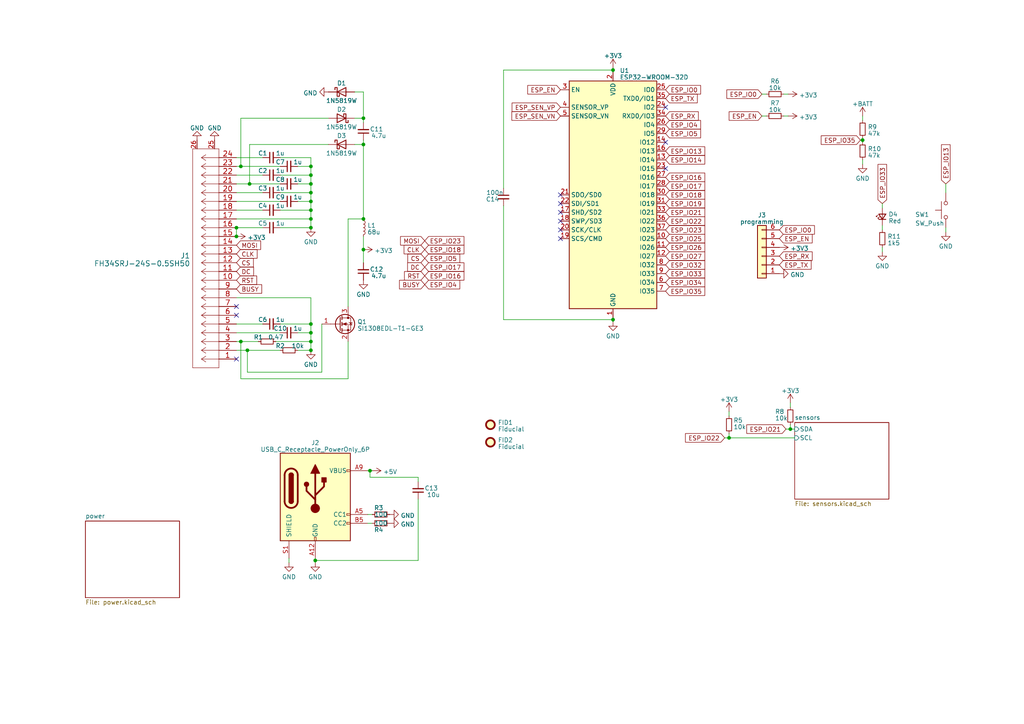
<source format=kicad_sch>
(kicad_sch (version 20230121) (generator eeschema)
  (paper "A4")
  (lib_symbols
    (symbol "Connector:USB_C_Receptacle_PowerOnly_6P" (pin_names (offset 1.016))
      (property "Reference" "J" (at 0 16.51 0))
      (property "Value" "USB_C_Receptacle_PowerOnly_6P" (at 0 13.97 0))
      (symbol "USB_C_Receptacle_PowerOnly_6P_0_0"
        (rectangle (start -0.254 -12.7) (end 0.254 -11.684))
        (rectangle (start 10.16 -7.366) (end 9.144 -7.874))
        (rectangle (start 10.16 -4.826) (end 9.144 -5.334))
        (rectangle (start 10.16 7.874) (end 9.144 7.366))
      )
      (symbol "USB_C_Receptacle_PowerOnly_6P_0_1"
        (rectangle (start -10.16 12.7) (end 10.16 -12.7) (stroke (width 0.254)) (fill (type background)))
        (arc (start -8.89 -1.27) (mid -6.985 -3.1667) (end -5.08 -1.27) (stroke (width 0.508)))
        (arc (start -7.62 -1.27) (mid -6.985 -1.9023) (end -6.35 -1.27) (stroke (width 0.254)))
        (arc (start -7.62 -1.27) (mid -6.985 -1.9023) (end -6.35 -1.27) (stroke (width 0.254)) (fill (type outline)))
        (rectangle (start -7.62 -1.27) (end -6.35 6.35) (stroke (width 0.254)) (fill (type outline)))
        (arc (start -6.35 6.35) (mid -6.985 6.9823) (end -7.62 6.35) (stroke (width 0.254)))
        (arc (start -6.35 6.35) (mid -6.985 6.9823) (end -7.62 6.35) (stroke (width 0.254)) (fill (type outline)))
        (arc (start -5.08 6.35) (mid -6.985 8.2467) (end -8.89 6.35) (stroke (width 0.508)))
        (circle (center -2.54 3.683) (radius 0.635) (stroke (width 0.254)) (fill (type outline)))
        (circle (center 0 -3.302) (radius 1.27) (fill (type outline)))
        (polyline (pts (xy -8.89 -1.27) (xy -8.89 6.35)) (stroke (width 0.508)))
        (polyline (pts (xy -5.08 6.35) (xy -5.08 -1.27)) (stroke (width 0.508)))
        (polyline (pts (xy 0 -3.302) (xy 0 6.858)) (stroke (width 0.508)))
        (polyline (pts (xy 0 -0.762) (xy -2.54 1.778) (xy -2.54 3.048)) (stroke (width 0.508)))
        (polyline (pts (xy 0 0.508) (xy 2.54 3.048) (xy 2.54 4.318)) (stroke (width 0.508)))
        (polyline (pts (xy -1.27 6.858) (xy 0 9.398) (xy 1.27 6.858) (xy -1.27 6.858)) (stroke (width 0.254)) (fill (type outline)))
        (rectangle (start 1.905 4.318) (end 3.175 5.588) (stroke (width 0.254)) (fill (type outline)))
      )
      (symbol "USB_C_Receptacle_PowerOnly_6P_1_1"
        (pin passive line (at 0 -17.78 90) (length 5.08) (name "GND") (number "A12"))
        (pin bidirectional line (at 15.24 -5.08 180) (length 5.08) (name "CC1") (number "A5"))
        (pin passive line (at 15.24 7.62 180) (length 5.08) (name "VBUS") (number "A9"))
        (pin passive line (at 0 -17.78 90) (length 5.08) hide (name "GND") (number "B12"))
        (pin bidirectional line (at 15.24 -7.62 180) (length 5.08) (name "CC2") (number "B5"))
        (pin passive line (at 15.24 7.62 180) (length 5.08) hide (name "VBUS") (number "B9"))
        (pin passive line (at -7.62 -17.78 90) (length 5.08) (name "SHIELD") (number "S1"))
      )
    )
    (symbol "Connector_Generic:Conn_01x06" (pin_names (offset 1.016) hide)
      (property "Reference" "J" (at 0 7.62 0))
      (property "Value" "Conn_01x06" (at 0 -10.16 0))
      (symbol "Conn_01x06_1_1"
        (rectangle (start -1.27 -7.493) (end 0 -7.747) (stroke (width 0.1524)))
        (rectangle (start -1.27 -4.953) (end 0 -5.207) (stroke (width 0.1524)))
        (rectangle (start -1.27 -2.413) (end 0 -2.667) (stroke (width 0.1524)))
        (rectangle (start -1.27 0.127) (end 0 -0.127) (stroke (width 0.1524)))
        (rectangle (start -1.27 2.667) (end 0 2.413) (stroke (width 0.1524)))
        (rectangle (start -1.27 5.207) (end 0 4.953) (stroke (width 0.1524)))
        (rectangle (start -1.27 6.35) (end 1.27 -8.89) (stroke (width 0.254)) (fill (type background)))
        (pin passive line (at -5.08 5.08 0) (length 3.81) (name "Pin_1") (number "1"))
        (pin passive line (at -5.08 2.54 0) (length 3.81) (name "Pin_2") (number "2"))
        (pin passive line (at -5.08 0 0) (length 3.81) (name "Pin_3") (number "3"))
        (pin passive line (at -5.08 -2.54 0) (length 3.81) (name "Pin_4") (number "4"))
        (pin passive line (at -5.08 -5.08 0) (length 3.81) (name "Pin_5") (number "5"))
        (pin passive line (at -5.08 -7.62 0) (length 3.81) (name "Pin_6") (number "6"))
      )
    )
    (symbol "Device:C_Small" (pin_numbers hide) (pin_names (offset 0.254) hide)
      (property "Reference" "C" (at 0.254 1.778 0))
      (property "Value" "C_Small" (at 0.254 -2.032 0))
      (symbol "C_Small_0_1"
        (polyline (pts (xy -1.524 -0.508) (xy 1.524 -0.508)) (stroke (width 0.3302)))
        (polyline (pts (xy -1.524 0.508) (xy 1.524 0.508)) (stroke (width 0.3048)))
      )
      (symbol "C_Small_1_1"
        (pin passive line (at 0 2.54 270) (length 2.032) (name "~") (number "1"))
        (pin passive line (at 0 -2.54 90) (length 2.032) (name "~") (number "2"))
      )
    )
    (symbol "Device:LED_Small" (pin_numbers hide) (pin_names (offset 0.254) hide)
      (property "Reference" "D" (at -1.27 3.175 0))
      (property "Value" "LED_Small" (at -4.445 -2.54 0))
      (symbol "LED_Small_0_1"
        (polyline (pts (xy -0.762 -1.016) (xy -0.762 1.016)) (stroke (width 0.254)))
        (polyline (pts (xy 1.016 0) (xy -0.762 0)))
        (polyline (pts (xy 0.762 -1.016) (xy -0.762 0) (xy 0.762 1.016) (xy 0.762 -1.016)) (stroke (width 0.254)))
        (polyline (pts (xy 0 0.762) (xy -0.508 1.27) (xy -0.254 1.27) (xy -0.508 1.27) (xy -0.508 1.016)))
        (polyline (pts (xy 0.508 1.27) (xy 0 1.778) (xy 0.254 1.778) (xy 0 1.778) (xy 0 1.524)))
      )
      (symbol "LED_Small_1_1"
        (pin passive line (at -2.54 0 0) (length 1.778) (name "K") (number "1"))
        (pin passive line (at 2.54 0 180) (length 1.778) (name "A") (number "2"))
      )
    )
    (symbol "Device:L_Small" (pin_numbers hide) (pin_names (offset 0.254) hide)
      (property "Reference" "L" (at 0.762 1.016 0))
      (property "Value" "L_Small" (at 0.762 -1.016 0))
      (symbol "L_Small_0_1"
        (arc (start 0 -2.032) (mid 0.5058 -1.524) (end 0 -1.016))
        (arc (start 0 -1.016) (mid 0.5058 -0.508) (end 0 0))
        (arc (start 0 0) (mid 0.5058 0.508) (end 0 1.016))
        (arc (start 0 1.016) (mid 0.5058 1.524) (end 0 2.032))
      )
      (symbol "L_Small_1_1"
        (pin passive line (at 0 2.54 270) (length 0.508) (name "~") (number "1"))
        (pin passive line (at 0 -2.54 90) (length 0.508) (name "~") (number "2"))
      )
    )
    (symbol "Device:R_Small" (pin_numbers hide) (pin_names (offset 0.254) hide)
      (property "Reference" "R" (at 0.762 0.508 0))
      (property "Value" "R_Small" (at 0.762 -1.016 0))
      (symbol "R_Small_0_1"
        (rectangle (start -0.762 1.778) (end 0.762 -1.778) (stroke (width 0.2032)))
      )
      (symbol "R_Small_1_1"
        (pin passive line (at 0 2.54 270) (length 0.762) (name "~") (number "1"))
        (pin passive line (at 0 -2.54 90) (length 0.762) (name "~") (number "2"))
      )
    )
    (symbol "Diode:1N5819WS" (pin_numbers hide) (pin_names (offset 1.016) hide)
      (property "Reference" "D" (at 0 2.54 0))
      (property "Value" "1N5819WS" (at 0 -2.54 0))
      (symbol "1N5819WS_0_1"
        (polyline (pts (xy 1.27 0) (xy -1.27 0)))
        (polyline (pts (xy 1.27 1.27) (xy 1.27 -1.27) (xy -1.27 0) (xy 1.27 1.27)) (stroke (width 0.254)))
        (polyline (pts (xy -1.905 0.635) (xy -1.905 1.27) (xy -1.27 1.27) (xy -1.27 -1.27) (xy -0.635 -1.27) (xy -0.635 -0.635)) (stroke (width 0.254)))
      )
      (symbol "1N5819WS_1_1"
        (pin passive line (at -3.81 0 0) (length 2.54) (name "K") (number "1"))
        (pin passive line (at 3.81 0 180) (length 2.54) (name "A") (number "2"))
      )
    )
    (symbol "Mechanical:Fiducial"
      (property "Reference" "FID" (at 0 5.08 0))
      (property "Value" "Fiducial" (at 0 3.175 0))
      (symbol "Fiducial_0_1"
        (circle (center 0 0) (radius 1.27) (stroke (width 0.508)) (fill (type background)))
      )
    )
    (symbol "RF_Module:ESP32-WROOM-32D"
      (property "Reference" "U" (at -12.7 34.29 0))
      (property "Value" "ESP32-WROOM-32D" (at 1.27 34.29 0))
      (symbol "ESP32-WROOM-32D_0_1"
        (rectangle (start -12.7 33.02) (end 12.7 -33.02) (stroke (width 0.254)) (fill (type background)))
      )
      (symbol "ESP32-WROOM-32D_1_1"
        (pin power_in line (at 0 -35.56 90) (length 2.54) (name "GND") (number "1"))
        (pin bidirectional line (at 15.24 -12.7 180) (length 2.54) (name "IO25") (number "10"))
        (pin bidirectional line (at 15.24 -15.24 180) (length 2.54) (name "IO26") (number "11"))
        (pin bidirectional line (at 15.24 -17.78 180) (length 2.54) (name "IO27") (number "12"))
        (pin bidirectional line (at 15.24 10.16 180) (length 2.54) (name "IO14") (number "13"))
        (pin bidirectional line (at 15.24 15.24 180) (length 2.54) (name "IO12") (number "14"))
        (pin passive line (at 0 -35.56 90) (length 2.54) hide (name "GND") (number "15"))
        (pin bidirectional line (at 15.24 12.7 180) (length 2.54) (name "IO13") (number "16"))
        (pin bidirectional line (at -15.24 -5.08 0) (length 2.54) (name "SHD/SD2") (number "17"))
        (pin bidirectional line (at -15.24 -7.62 0) (length 2.54) (name "SWP/SD3") (number "18"))
        (pin bidirectional line (at -15.24 -12.7 0) (length 2.54) (name "SCS/CMD") (number "19"))
        (pin power_in line (at 0 35.56 270) (length 2.54) (name "VDD") (number "2"))
        (pin bidirectional line (at -15.24 -10.16 0) (length 2.54) (name "SCK/CLK") (number "20"))
        (pin bidirectional line (at -15.24 0 0) (length 2.54) (name "SDO/SD0") (number "21"))
        (pin bidirectional line (at -15.24 -2.54 0) (length 2.54) (name "SDI/SD1") (number "22"))
        (pin bidirectional line (at 15.24 7.62 180) (length 2.54) (name "IO15") (number "23"))
        (pin bidirectional line (at 15.24 25.4 180) (length 2.54) (name "IO2") (number "24"))
        (pin bidirectional line (at 15.24 30.48 180) (length 2.54) (name "IO0") (number "25"))
        (pin bidirectional line (at 15.24 20.32 180) (length 2.54) (name "IO4") (number "26"))
        (pin bidirectional line (at 15.24 5.08 180) (length 2.54) (name "IO16") (number "27"))
        (pin bidirectional line (at 15.24 2.54 180) (length 2.54) (name "IO17") (number "28"))
        (pin bidirectional line (at 15.24 17.78 180) (length 2.54) (name "IO5") (number "29"))
        (pin input line (at -15.24 30.48 0) (length 2.54) (name "EN") (number "3"))
        (pin bidirectional line (at 15.24 0 180) (length 2.54) (name "IO18") (number "30"))
        (pin bidirectional line (at 15.24 -2.54 180) (length 2.54) (name "IO19") (number "31"))
        (pin no_connect line (at -12.7 -27.94 0) (length 2.54) hide (name "NC") (number "32"))
        (pin bidirectional line (at 15.24 -5.08 180) (length 2.54) (name "IO21") (number "33"))
        (pin bidirectional line (at 15.24 22.86 180) (length 2.54) (name "RXD0/IO3") (number "34"))
        (pin bidirectional line (at 15.24 27.94 180) (length 2.54) (name "TXD0/IO1") (number "35"))
        (pin bidirectional line (at 15.24 -7.62 180) (length 2.54) (name "IO22") (number "36"))
        (pin bidirectional line (at 15.24 -10.16 180) (length 2.54) (name "IO23") (number "37"))
        (pin passive line (at 0 -35.56 90) (length 2.54) hide (name "GND") (number "38"))
        (pin passive line (at 0 -35.56 90) (length 2.54) hide (name "GND") (number "39"))
        (pin input line (at -15.24 25.4 0) (length 2.54) (name "SENSOR_VP") (number "4"))
        (pin input line (at -15.24 22.86 0) (length 2.54) (name "SENSOR_VN") (number "5"))
        (pin input line (at 15.24 -25.4 180) (length 2.54) (name "IO34") (number "6"))
        (pin input line (at 15.24 -27.94 180) (length 2.54) (name "IO35") (number "7"))
        (pin bidirectional line (at 15.24 -20.32 180) (length 2.54) (name "IO32") (number "8"))
        (pin bidirectional line (at 15.24 -22.86 180) (length 2.54) (name "IO33") (number "9"))
      )
    )
    (symbol "Switch:SW_Push" (pin_numbers hide) (pin_names (offset 1.016) hide)
      (property "Reference" "SW" (at 1.27 2.54 0))
      (property "Value" "SW_Push" (at 0 -1.524 0))
      (symbol "SW_Push_0_1"
        (circle (center -2.032 0) (radius 0.508))
        (polyline (pts (xy 0 1.27) (xy 0 3.048)))
        (polyline (pts (xy 2.54 1.27) (xy -2.54 1.27)))
        (circle (center 2.032 0) (radius 0.508))
        (pin passive line (at -5.08 0 0) (length 2.54) (name "1") (number "1"))
        (pin passive line (at 5.08 0 180) (length 2.54) (name "2") (number "2"))
      )
    )
    (symbol "Transistor_FET:BSS214NW" (pin_names hide)
      (property "Reference" "Q" (at 5.08 1.905 0))
      (property "Value" "BSS214NW" (at 5.08 0 0))
      (symbol "BSS214NW_0_1"
        (polyline (pts (xy 0.254 0) (xy -2.54 0)))
        (polyline (pts (xy 0.254 1.905) (xy 0.254 -1.905)) (stroke (width 0.254)))
        (polyline (pts (xy 0.762 -1.27) (xy 0.762 -2.286)) (stroke (width 0.254)))
        (polyline (pts (xy 0.762 0.508) (xy 0.762 -0.508)) (stroke (width 0.254)))
        (polyline (pts (xy 0.762 2.286) (xy 0.762 1.27)) (stroke (width 0.254)))
        (polyline (pts (xy 2.54 2.54) (xy 2.54 1.778)))
        (polyline (pts (xy 2.54 -2.54) (xy 2.54 0) (xy 0.762 0)))
        (polyline (pts (xy 0.762 -1.778) (xy 3.302 -1.778) (xy 3.302 1.778) (xy 0.762 1.778)))
        (polyline (pts (xy 1.016 0) (xy 2.032 0.381) (xy 2.032 -0.381) (xy 1.016 0)) (fill (type outline)))
        (polyline (pts (xy 2.794 0.508) (xy 2.921 0.381) (xy 3.683 0.381) (xy 3.81 0.254)))
        (polyline (pts (xy 3.302 0.381) (xy 2.921 -0.254) (xy 3.683 -0.254) (xy 3.302 0.381)))
        (circle (center 1.651 0) (radius 2.794) (stroke (width 0.254)))
        (circle (center 2.54 -1.778) (radius 0.254) (fill (type outline)))
        (circle (center 2.54 1.778) (radius 0.254) (fill (type outline)))
      )
      (symbol "BSS214NW_1_1"
        (pin input line (at -5.08 0 0) (length 2.54) (name "G") (number "1"))
        (pin passive line (at 2.54 -5.08 90) (length 2.54) (name "S") (number "2"))
        (pin passive line (at 2.54 5.08 270) (length 2.54) (name "D") (number "3"))
      )
    )
    (symbol "power:+3V3" (power) (pin_names (offset 0))
      (property "Value" "+3V3" (at 0 3.556 0))
      (symbol "+3V3_0_1"
        (polyline (pts (xy -0.762 1.27) (xy 0 2.54)))
        (polyline (pts (xy 0 0) (xy 0 2.54)))
        (polyline (pts (xy 0 2.54) (xy 0.762 1.27)))
      )
      (symbol "+3V3_1_1"
        (pin power_in line (at 0 0 90) (length 0) hide (name "+3V3") (number "1"))
      )
    )
    (symbol "power:+5V" (power) (pin_names (offset 0))
      (property "Value" "+5V" (at 0 3.556 0))
      (symbol "+5V_0_1"
        (polyline (pts (xy -0.762 1.27) (xy 0 2.54)))
        (polyline (pts (xy 0 0) (xy 0 2.54)))
        (polyline (pts (xy 0 2.54) (xy 0.762 1.27)))
      )
      (symbol "+5V_1_1"
        (pin power_in line (at 0 0 90) (length 0) hide (name "+5V") (number "1"))
      )
    )
    (symbol "power:+BATT" (power) (pin_names (offset 0))
      (property "Value" "+BATT" (at 0 3.556 0))
      (symbol "+BATT_0_1"
        (polyline (pts (xy -0.762 1.27) (xy 0 2.54)))
        (polyline (pts (xy 0 0) (xy 0 2.54)))
        (polyline (pts (xy 0 2.54) (xy 0.762 1.27)))
      )
      (symbol "+BATT_1_1"
        (pin power_in line (at 0 0 90) (length 0) hide (name "+BATT") (number "1"))
      )
    )
    (symbol "power:GND" (power) (pin_names (offset 0))
      (property "Value" "GND" (at 0 -3.81 0))
      (symbol "GND_0_1"
        (polyline (pts (xy 0 0) (xy 0 -1.27) (xy 1.27 -1.27) (xy 0 -2.54) (xy -1.27 -1.27) (xy 0 -1.27)))
      )
      (symbol "GND_1_1"
        (pin power_in line (at 0 0 270) (length 0) hide (name "GND") (number "1"))
      )
    )
    (symbol "ul_FH34SRJ-24S-0-5SH-50-:FH34SRJ-24S-0.5SH50" (pin_names (offset 0.254) hide)
      (property "Reference" "J" (at 8.89 6.35 0))
      (property "Value" "FH34SRJ-24S-0.5SH50" (at 10.16 -30.48 0))
      (symbol "FH34SRJ-24S-0.5SH50_1_1"
        (polyline (pts (xy 5.08 -60.96) (xy 12.7 -60.96)) (stroke (width 0.127)))
        (polyline (pts (xy 5.08 2.54) (xy 5.08 -60.96)) (stroke (width 0.127)))
        (polyline (pts (xy 10.16 -58.42) (xy 5.08 -58.42)) (stroke (width 0.127)))
        (polyline (pts (xy 10.16 -58.42) (xy 8.89 -59.2582)) (stroke (width 0.127)))
        (polyline (pts (xy 10.16 -58.42) (xy 8.89 -57.5818)) (stroke (width 0.127)))
        (polyline (pts (xy 10.16 -55.88) (xy 5.08 -55.88)) (stroke (width 0.127)))
        (polyline (pts (xy 10.16 -55.88) (xy 8.89 -56.7182)) (stroke (width 0.127)))
        (polyline (pts (xy 10.16 -55.88) (xy 8.89 -55.0418)) (stroke (width 0.127)))
        (polyline (pts (xy 10.16 -53.34) (xy 5.08 -53.34)) (stroke (width 0.127)))
        (polyline (pts (xy 10.16 -53.34) (xy 8.89 -54.1782)) (stroke (width 0.127)))
        (polyline (pts (xy 10.16 -53.34) (xy 8.89 -52.5018)) (stroke (width 0.127)))
        (polyline (pts (xy 10.16 -50.8) (xy 5.08 -50.8)) (stroke (width 0.127)))
        (polyline (pts (xy 10.16 -50.8) (xy 8.89 -51.6382)) (stroke (width 0.127)))
        (polyline (pts (xy 10.16 -50.8) (xy 8.89 -49.9618)) (stroke (width 0.127)))
        (polyline (pts (xy 10.16 -48.26) (xy 5.08 -48.26)) (stroke (width 0.127)))
        (polyline (pts (xy 10.16 -48.26) (xy 8.89 -49.0982)) (stroke (width 0.127)))
        (polyline (pts (xy 10.16 -48.26) (xy 8.89 -47.4218)) (stroke (width 0.127)))
        (polyline (pts (xy 10.16 -45.72) (xy 5.08 -45.72)) (stroke (width 0.127)))
        (polyline (pts (xy 10.16 -45.72) (xy 8.89 -46.5582)) (stroke (width 0.127)))
        (polyline (pts (xy 10.16 -45.72) (xy 8.89 -44.8818)) (stroke (width 0.127)))
        (polyline (pts (xy 10.16 -43.18) (xy 5.08 -43.18)) (stroke (width 0.127)))
        (polyline (pts (xy 10.16 -43.18) (xy 8.89 -44.0182)) (stroke (width 0.127)))
        (polyline (pts (xy 10.16 -43.18) (xy 8.89 -42.3418)) (stroke (width 0.127)))
        (polyline (pts (xy 10.16 -40.64) (xy 5.08 -40.64)) (stroke (width 0.127)))
        (polyline (pts (xy 10.16 -40.64) (xy 8.89 -41.4782)) (stroke (width 0.127)))
        (polyline (pts (xy 10.16 -40.64) (xy 8.89 -39.8018)) (stroke (width 0.127)))
        (polyline (pts (xy 10.16 -38.1) (xy 5.08 -38.1)) (stroke (width 0.127)))
        (polyline (pts (xy 10.16 -38.1) (xy 8.89 -38.9382)) (stroke (width 0.127)))
        (polyline (pts (xy 10.16 -38.1) (xy 8.89 -37.2618)) (stroke (width 0.127)))
        (polyline (pts (xy 10.16 -35.56) (xy 5.08 -35.56)) (stroke (width 0.127)))
        (polyline (pts (xy 10.16 -35.56) (xy 8.89 -36.3982)) (stroke (width 0.127)))
        (polyline (pts (xy 10.16 -35.56) (xy 8.89 -34.7218)) (stroke (width 0.127)))
        (polyline (pts (xy 10.16 -33.02) (xy 5.08 -33.02)) (stroke (width 0.127)))
        (polyline (pts (xy 10.16 -33.02) (xy 8.89 -33.8582)) (stroke (width 0.127)))
        (polyline (pts (xy 10.16 -33.02) (xy 8.89 -32.1818)) (stroke (width 0.127)))
        (polyline (pts (xy 10.16 -30.48) (xy 5.08 -30.48)) (stroke (width 0.127)))
        (polyline (pts (xy 10.16 -30.48) (xy 8.89 -31.3182)) (stroke (width 0.127)))
        (polyline (pts (xy 10.16 -30.48) (xy 8.89 -29.6418)) (stroke (width 0.127)))
        (polyline (pts (xy 10.16 -27.94) (xy 5.08 -27.94)) (stroke (width 0.127)))
        (polyline (pts (xy 10.16 -27.94) (xy 8.89 -28.7782)) (stroke (width 0.127)))
        (polyline (pts (xy 10.16 -27.94) (xy 8.89 -27.1018)) (stroke (width 0.127)))
        (polyline (pts (xy 10.16 -25.4) (xy 5.08 -25.4)) (stroke (width 0.127)))
        (polyline (pts (xy 10.16 -25.4) (xy 8.89 -26.2382)) (stroke (width 0.127)))
        (polyline (pts (xy 10.16 -25.4) (xy 8.89 -24.5618)) (stroke (width 0.127)))
        (polyline (pts (xy 10.16 -22.86) (xy 5.08 -22.86)) (stroke (width 0.127)))
        (polyline (pts (xy 10.16 -22.86) (xy 8.89 -23.6982)) (stroke (width 0.127)))
        (polyline (pts (xy 10.16 -22.86) (xy 8.89 -22.0218)) (stroke (width 0.127)))
        (polyline (pts (xy 10.16 -20.32) (xy 5.08 -20.32)) (stroke (width 0.127)))
        (polyline (pts (xy 10.16 -20.32) (xy 8.89 -21.1582)) (stroke (width 0.127)))
        (polyline (pts (xy 10.16 -20.32) (xy 8.89 -19.4818)) (stroke (width 0.127)))
        (polyline (pts (xy 10.16 -17.78) (xy 5.08 -17.78)) (stroke (width 0.127)))
        (polyline (pts (xy 10.16 -17.78) (xy 8.89 -18.6182)) (stroke (width 0.127)))
        (polyline (pts (xy 10.16 -17.78) (xy 8.89 -16.9418)) (stroke (width 0.127)))
        (polyline (pts (xy 10.16 -15.24) (xy 5.08 -15.24)) (stroke (width 0.127)))
        (polyline (pts (xy 10.16 -15.24) (xy 8.89 -16.0782)) (stroke (width 0.127)))
        (polyline (pts (xy 10.16 -15.24) (xy 8.89 -14.4018)) (stroke (width 0.127)))
        (polyline (pts (xy 10.16 -12.7) (xy 5.08 -12.7)) (stroke (width 0.127)))
        (polyline (pts (xy 10.16 -12.7) (xy 8.89 -13.5382)) (stroke (width 0.127)))
        (polyline (pts (xy 10.16 -12.7) (xy 8.89 -11.8618)) (stroke (width 0.127)))
        (polyline (pts (xy 10.16 -10.16) (xy 5.08 -10.16)) (stroke (width 0.127)))
        (polyline (pts (xy 10.16 -10.16) (xy 8.89 -10.9982)) (stroke (width 0.127)))
        (polyline (pts (xy 10.16 -10.16) (xy 8.89 -9.3218)) (stroke (width 0.127)))
        (polyline (pts (xy 10.16 -7.62) (xy 5.08 -7.62)) (stroke (width 0.127)))
        (polyline (pts (xy 10.16 -7.62) (xy 8.89 -8.4582)) (stroke (width 0.127)))
        (polyline (pts (xy 10.16 -7.62) (xy 8.89 -6.7818)) (stroke (width 0.127)))
        (polyline (pts (xy 10.16 -5.08) (xy 5.08 -5.08)) (stroke (width 0.127)))
        (polyline (pts (xy 10.16 -5.08) (xy 8.89 -5.9182)) (stroke (width 0.127)))
        (polyline (pts (xy 10.16 -5.08) (xy 8.89 -4.2418)) (stroke (width 0.127)))
        (polyline (pts (xy 10.16 -2.54) (xy 5.08 -2.54)) (stroke (width 0.127)))
        (polyline (pts (xy 10.16 -2.54) (xy 8.89 -3.3782)) (stroke (width 0.127)))
        (polyline (pts (xy 10.16 -2.54) (xy 8.89 -1.7018)) (stroke (width 0.127)))
        (polyline (pts (xy 10.16 0) (xy 5.08 0)) (stroke (width 0.127)))
        (polyline (pts (xy 10.16 0) (xy 8.89 -0.8382)) (stroke (width 0.127)))
        (polyline (pts (xy 10.16 0) (xy 8.89 0.8382)) (stroke (width 0.127)))
        (polyline (pts (xy 12.7 -60.96) (xy 12.7 2.54)) (stroke (width 0.127)))
        (polyline (pts (xy 12.7 2.54) (xy 5.08 2.54)) (stroke (width 0.127)))
        (pin unspecified line (at 0 0 0) (length 5.08) (name "1") (number "1"))
        (pin unspecified line (at 0 -22.86 0) (length 5.08) (name "10") (number "10"))
        (pin unspecified line (at 0 -25.4 0) (length 5.08) (name "11") (number "11"))
        (pin unspecified line (at 0 -27.94 0) (length 5.08) (name "12") (number "12"))
        (pin unspecified line (at 0 -30.48 0) (length 5.08) (name "13") (number "13"))
        (pin unspecified line (at 0 -33.02 0) (length 5.08) (name "14") (number "14"))
        (pin unspecified line (at 0 -35.56 0) (length 5.08) (name "15") (number "15"))
        (pin unspecified line (at 0 -38.1 0) (length 5.08) (name "16") (number "16"))
        (pin unspecified line (at 0 -40.64 0) (length 5.08) (name "17") (number "17"))
        (pin unspecified line (at 0 -43.18 0) (length 5.08) (name "18") (number "18"))
        (pin unspecified line (at 0 -45.72 0) (length 5.08) (name "19") (number "19"))
        (pin unspecified line (at 0 -2.54 0) (length 5.08) (name "2") (number "2"))
        (pin unspecified line (at 0 -48.26 0) (length 5.08) (name "20") (number "20"))
        (pin unspecified line (at 0 -50.8 0) (length 5.08) (name "21") (number "21"))
        (pin unspecified line (at 0 -53.34 0) (length 5.08) (name "22") (number "22"))
        (pin unspecified line (at 0 -55.88 0) (length 5.08) (name "23") (number "23"))
        (pin unspecified line (at 0 -58.42 0) (length 5.08) (name "24") (number "24"))
        (pin bidirectional line (at 6.35 -63.5 90) (length 2.54) (name "25") (number "25"))
        (pin bidirectional line (at 11.43 -63.5 90) (length 2.54) (name "26") (number "26"))
        (pin unspecified line (at 0 -5.08 0) (length 5.08) (name "3") (number "3"))
        (pin unspecified line (at 0 -7.62 0) (length 5.08) (name "4") (number "4"))
        (pin unspecified line (at 0 -10.16 0) (length 5.08) (name "5") (number "5"))
        (pin unspecified line (at 0 -12.7 0) (length 5.08) (name "6") (number "6"))
        (pin unspecified line (at 0 -15.24 0) (length 5.08) (name "7") (number "7"))
        (pin unspecified line (at 0 -17.78 0) (length 5.08) (name "8") (number "8"))
        (pin unspecified line (at 0 -20.32 0) (length 5.08) (name "9") (number "9"))
      )
    )
  )
  (junction (at 105.41 34.29))
  (junction (at 107.315 136.525))
  (junction (at 90.17 50.8))
  (junction (at 71.755 101.6))
  (junction (at 69.85 48.26))
  (junction (at 105.41 41.91))
  (junction (at 211.455 127))
  (junction (at 229.235 124.46))
  (junction (at 72.39 53.34))
  (junction (at 105.41 63.5))
  (junction (at 90.17 48.26))
  (junction (at 90.17 99.06))
  (junction (at 90.17 55.88))
  (junction (at 68.58 66.04))
  (junction (at 68.58 68.58))
  (junction (at 90.17 63.5))
  (junction (at 177.8 20.32))
  (junction (at 90.17 60.96))
  (junction (at 90.17 96.52))
  (junction (at 177.8 92.71))
  (junction (at 250.19 40.64))
  (junction (at 69.85 99.06))
  (junction (at 90.17 66.04))
  (junction (at 91.44 162.56))
  (junction (at 90.17 93.98))
  (junction (at 105.41 72.39))
  (junction (at 90.17 53.34))
  (junction (at 90.17 58.42))
  (junction (at 90.17 101.6))
  (no_connect (at 193.04 31.115))
  (no_connect (at 68.58 104.14))
  (no_connect (at 162.56 61.595))
  (no_connect (at 162.56 59.055))
  (no_connect (at 162.56 56.515))
  (no_connect (at 68.58 91.44))
  (no_connect (at 68.58 88.9))
  (no_connect (at 162.56 69.215))
  (no_connect (at 162.56 64.135))
  (no_connect (at 193.04 41.275))
  (no_connect (at 193.04 48.895))
  (no_connect (at 162.56 66.675))
  (wire (pts (xy 90.17 60.96) (xy 90.17 63.5)))
  (wire (pts (xy 81.28 50.8) (xy 90.17 50.8)))
  (wire (pts (xy 81.28 60.96) (xy 90.17 60.96)))
  (wire (pts (xy 68.58 63.5) (xy 90.17 63.5)))
  (wire (pts (xy 220.98 33.655) (xy 222.25 33.655)))
  (wire (pts (xy 90.17 45.72) (xy 90.17 48.26)))
  (wire (pts (xy 81.28 66.04) (xy 90.17 66.04)))
  (wire (pts (xy 68.58 101.6) (xy 71.755 101.6)))
  (wire (pts (xy 72.39 41.91) (xy 72.39 53.34)))
  (wire (pts (xy 90.17 96.52) (xy 90.17 99.06)))
  (wire (pts (xy 211.455 127) (xy 230.505 127)))
  (wire (pts (xy 80.01 99.06) (xy 90.17 99.06)))
  (wire (pts (xy 211.455 127) (xy 211.455 125.73)))
  (wire (pts (xy 81.28 55.88) (xy 90.17 55.88)))
  (wire (pts (xy 250.19 33.655) (xy 250.19 34.925)))
  (wire (pts (xy 250.19 40.005) (xy 250.19 40.64)))
  (wire (pts (xy 90.17 99.06) (xy 90.17 101.6)))
  (wire (pts (xy 121.285 138.43) (xy 121.285 139.7)))
  (wire (pts (xy 100.965 109.855) (xy 100.965 99.06)))
  (wire (pts (xy 105.41 72.39) (xy 105.41 76.2)))
  (wire (pts (xy 274.32 66.04) (xy 274.32 67.31)))
  (wire (pts (xy 107.315 138.43) (xy 121.285 138.43)))
  (wire (pts (xy 69.85 48.26) (xy 81.28 48.26)))
  (wire (pts (xy 121.285 162.56) (xy 121.285 144.78)))
  (wire (pts (xy 68.58 60.96) (xy 76.2 60.96)))
  (wire (pts (xy 105.41 41.91) (xy 105.41 63.5)))
  (wire (pts (xy 95.25 41.91) (xy 72.39 41.91)))
  (wire (pts (xy 102.87 26.67) (xy 105.41 26.67)))
  (wire (pts (xy 255.905 59.055) (xy 255.905 60.325)))
  (wire (pts (xy 105.41 34.29) (xy 105.41 35.56)))
  (wire (pts (xy 100.965 63.5) (xy 105.41 63.5)))
  (wire (pts (xy 86.36 96.52) (xy 90.17 96.52)))
  (wire (pts (xy 68.58 55.88) (xy 76.2 55.88)))
  (wire (pts (xy 177.8 19.685) (xy 177.8 20.32)))
  (wire (pts (xy 69.85 34.29) (xy 69.85 48.26)))
  (wire (pts (xy 68.58 99.06) (xy 69.85 99.06)))
  (wire (pts (xy 274.32 53.34) (xy 274.32 55.88)))
  (wire (pts (xy 68.58 86.36) (xy 90.17 86.36)))
  (wire (pts (xy 86.36 101.6) (xy 90.17 101.6)))
  (wire (pts (xy 86.36 58.42) (xy 90.17 58.42)))
  (wire (pts (xy 211.455 119.38) (xy 211.455 120.65)))
  (wire (pts (xy 177.8 92.71) (xy 177.8 92.075)))
  (wire (pts (xy 107.315 136.525) (xy 106.68 136.525)))
  (wire (pts (xy 71.755 107.95) (xy 71.755 101.6)))
  (wire (pts (xy 107.315 136.525) (xy 107.315 138.43)))
  (wire (pts (xy 81.28 45.72) (xy 90.17 45.72)))
  (wire (pts (xy 102.87 41.91) (xy 105.41 41.91)))
  (wire (pts (xy 90.17 63.5) (xy 90.17 66.04)))
  (wire (pts (xy 228.6 27.305) (xy 227.33 27.305)))
  (wire (pts (xy 90.17 50.8) (xy 90.17 53.34)))
  (wire (pts (xy 68.58 48.26) (xy 69.85 48.26)))
  (wire (pts (xy 90.17 86.36) (xy 90.17 93.98)))
  (wire (pts (xy 68.58 96.52) (xy 81.28 96.52)))
  (wire (pts (xy 68.58 58.42) (xy 81.28 58.42)))
  (wire (pts (xy 255.905 71.755) (xy 255.905 73.025)))
  (wire (pts (xy 69.85 99.06) (xy 74.93 99.06)))
  (wire (pts (xy 90.17 48.26) (xy 90.17 50.8)))
  (wire (pts (xy 69.85 109.855) (xy 100.965 109.855)))
  (wire (pts (xy 106.68 149.225) (xy 107.95 149.225)))
  (wire (pts (xy 68.58 53.34) (xy 72.39 53.34)))
  (wire (pts (xy 229.235 116.84) (xy 229.235 118.11)))
  (wire (pts (xy 86.36 53.34) (xy 90.17 53.34)))
  (wire (pts (xy 71.755 101.6) (xy 81.28 101.6)))
  (wire (pts (xy 100.965 88.9) (xy 100.965 63.5)))
  (wire (pts (xy 91.44 163.195) (xy 91.44 162.56)))
  (wire (pts (xy 177.8 93.345) (xy 177.8 92.71)))
  (wire (pts (xy 106.68 151.765) (xy 107.95 151.765)))
  (wire (pts (xy 146.05 20.32) (xy 177.8 20.32)))
  (wire (pts (xy 105.41 34.29) (xy 102.87 34.29)))
  (wire (pts (xy 228.6 33.655) (xy 227.33 33.655)))
  (wire (pts (xy 250.19 40.64) (xy 250.19 41.275)))
  (wire (pts (xy 107.95 136.525) (xy 107.315 136.525)))
  (wire (pts (xy 250.19 46.355) (xy 250.19 47.625)))
  (wire (pts (xy 68.58 66.04) (xy 76.2 66.04)))
  (wire (pts (xy 146.05 54.61) (xy 146.05 20.32)))
  (wire (pts (xy 91.44 162.56) (xy 121.285 162.56)))
  (wire (pts (xy 229.235 124.46) (xy 229.235 123.19)))
  (wire (pts (xy 105.41 41.91) (xy 105.41 40.64)))
  (wire (pts (xy 93.345 107.95) (xy 71.755 107.95)))
  (wire (pts (xy 68.58 66.04) (xy 68.58 68.58)))
  (wire (pts (xy 86.36 48.26) (xy 90.17 48.26)))
  (wire (pts (xy 68.58 93.98) (xy 76.2 93.98)))
  (wire (pts (xy 255.905 66.675) (xy 255.905 65.405)))
  (wire (pts (xy 93.345 93.98) (xy 93.345 107.95)))
  (wire (pts (xy 105.41 26.67) (xy 105.41 34.29)))
  (wire (pts (xy 177.8 20.32) (xy 177.8 20.955)))
  (wire (pts (xy 90.17 58.42) (xy 90.17 60.96)))
  (wire (pts (xy 95.25 34.29) (xy 69.85 34.29)))
  (wire (pts (xy 69.85 99.06) (xy 69.85 109.855)))
  (wire (pts (xy 146.05 59.69) (xy 146.05 92.71)))
  (wire (pts (xy 68.58 50.8) (xy 76.2 50.8)))
  (wire (pts (xy 210.185 127) (xy 211.455 127)))
  (wire (pts (xy 229.235 124.46) (xy 230.505 124.46)))
  (wire (pts (xy 76.2 45.72) (xy 68.58 45.72)))
  (wire (pts (xy 72.39 53.34) (xy 81.28 53.34)))
  (wire (pts (xy 81.28 93.98) (xy 90.17 93.98)))
  (wire (pts (xy 105.41 68.58) (xy 105.41 72.39)))
  (wire (pts (xy 249.555 40.64) (xy 250.19 40.64)))
  (wire (pts (xy 90.17 93.98) (xy 90.17 96.52)))
  (wire (pts (xy 227.965 124.46) (xy 229.235 124.46)))
  (wire (pts (xy 90.17 55.88) (xy 90.17 58.42)))
  (wire (pts (xy 91.44 162.56) (xy 91.44 161.925)))
  (wire (pts (xy 222.25 27.305) (xy 220.98 27.305)))
  (wire (pts (xy 146.05 92.71) (xy 177.8 92.71)))
  (wire (pts (xy 83.82 163.195) (xy 83.82 161.925)))
  (wire (pts (xy 90.17 53.34) (xy 90.17 55.88)))
  (global_label "ESP_IO35" (shape input) (at 193.04 84.455 0) (property "Intersheetrefs" "${INTERSHEET_REFS}" (effects hide)))
  (global_label "ESP_IO21" (shape input) (at 193.04 61.595 0) (property "Intersheetrefs" "${INTERSHEET_REFS}" (effects hide)))
  (global_label "ESP_IO0" (shape input) (at 220.98 27.305 180) (property "Intersheetrefs" "${INTERSHEET_REFS}" (effects hide)))
  (global_label "ESP_IO5" (shape input) (at 123.19 74.93 0) (property "Intersheetrefs" "${INTERSHEET_REFS}" (effects hide)))
  (global_label "ESP_SEN_VP" (shape input) (at 162.56 31.115 180) (property "Intersheetrefs" "${INTERSHEET_REFS}" (effects hide)))
  (global_label "ESP_IO14" (shape input) (at 193.04 46.355 0) (property "Intersheetrefs" "${INTERSHEET_REFS}" (effects hide)))
  (global_label "ESP_EN" (shape input) (at 220.98 33.655 180) (property "Intersheetrefs" "${INTERSHEET_REFS}" (effects hide)))
  (global_label "MOSI" (shape input) (at 68.58 71.12 0) (property "Intersheetrefs" "${INTERSHEET_REFS}" (effects hide)))
  (global_label "ESP_IO18" (shape input) (at 193.04 56.515 0) (property "Intersheetrefs" "${INTERSHEET_REFS}" (effects hide)))
  (global_label "DC" (shape input) (at 68.58 78.74 0) (property "Intersheetrefs" "${INTERSHEET_REFS}" (effects hide)))
  (global_label "ESP_IO18" (shape input) (at 123.19 72.39 0) (property "Intersheetrefs" "${INTERSHEET_REFS}" (effects hide)))
  (global_label "ESP_TX" (shape input) (at 226.06 76.835 0) (property "Intersheetrefs" "${INTERSHEET_REFS}" (effects hide)))
  (global_label "ESP_IO13" (shape input) (at 193.04 43.815 0) (property "Intersheetrefs" "${INTERSHEET_REFS}" (effects hide)))
  (global_label "CS" (shape input) (at 68.58 76.2 0) (property "Intersheetrefs" "${INTERSHEET_REFS}" (effects hide)))
  (global_label "ESP_IO21" (shape input) (at 227.965 124.46 180) (property "Intersheetrefs" "${INTERSHEET_REFS}" (effects hide)))
  (global_label "ESP_IO27" (shape input) (at 193.04 74.295 0) (property "Intersheetrefs" "${INTERSHEET_REFS}" (effects hide)))
  (global_label "DC" (shape input) (at 123.19 77.47 180) (property "Intersheetrefs" "${INTERSHEET_REFS}" (effects hide)))
  (global_label "ESP_RX" (shape input) (at 226.06 74.295 0) (property "Intersheetrefs" "${INTERSHEET_REFS}" (effects hide)))
  (global_label "ESP_IO4" (shape input) (at 193.04 36.195 0) (property "Intersheetrefs" "${INTERSHEET_REFS}" (effects hide)))
  (global_label "ESP_IO5" (shape input) (at 193.04 38.735 0) (property "Intersheetrefs" "${INTERSHEET_REFS}" (effects hide)))
  (global_label "CLK" (shape input) (at 68.58 73.66 0) (property "Intersheetrefs" "${INTERSHEET_REFS}" (effects hide)))
  (global_label "ESP_IO17" (shape input) (at 193.04 53.975 0) (property "Intersheetrefs" "${INTERSHEET_REFS}" (effects hide)))
  (global_label "ESP_IO23" (shape input) (at 123.19 69.85 0) (property "Intersheetrefs" "${INTERSHEET_REFS}" (effects hide)))
  (global_label "ESP_IO33" (shape input) (at 193.04 79.375 0) (property "Intersheetrefs" "${INTERSHEET_REFS}" (effects hide)))
  (global_label "ESP_EN" (shape input) (at 226.06 69.215 0) (property "Intersheetrefs" "${INTERSHEET_REFS}" (effects hide)))
  (global_label "CLK" (shape input) (at 123.19 72.39 180) (property "Intersheetrefs" "${INTERSHEET_REFS}" (effects hide)))
  (global_label "ESP_RX" (shape input) (at 193.04 33.655 0) (property "Intersheetrefs" "${INTERSHEET_REFS}" (effects hide)))
  (global_label "ESP_IO34" (shape input) (at 193.04 81.915 0) (property "Intersheetrefs" "${INTERSHEET_REFS}" (effects hide)))
  (global_label "MOSI" (shape input) (at 123.19 69.85 180) (property "Intersheetrefs" "${INTERSHEET_REFS}" (effects hide)))
  (global_label "CS" (shape input) (at 123.19 74.93 180) (property "Intersheetrefs" "${INTERSHEET_REFS}" (effects hide)))
  (global_label "ESP_EN" (shape input) (at 162.56 26.035 180) (property "Intersheetrefs" "${INTERSHEET_REFS}" (effects hide)))
  (global_label "ESP_IO22" (shape input) (at 210.185 127 180) (property "Intersheetrefs" "${INTERSHEET_REFS}" (effects hide)))
  (global_label "ESP_IO4" (shape input) (at 123.19 82.55 0) (property "Intersheetrefs" "${INTERSHEET_REFS}" (effects hide)))
  (global_label "BUSY" (shape input) (at 123.19 82.55 180) (property "Intersheetrefs" "${INTERSHEET_REFS}" (effects hide)))
  (global_label "ESP_IO35" (shape input) (at 249.555 40.64 180) (property "Intersheetrefs" "${INTERSHEET_REFS}" (effects hide)))
  (global_label "ESP_IO32" (shape input) (at 193.04 76.835 0) (property "Intersheetrefs" "${INTERSHEET_REFS}" (effects hide)))
  (global_label "RST" (shape input) (at 123.19 80.01 180) (property "Intersheetrefs" "${INTERSHEET_REFS}" (effects hide)))
  (global_label "ESP_IO23" (shape input) (at 193.04 66.675 0) (property "Intersheetrefs" "${INTERSHEET_REFS}" (effects hide)))
  (global_label "RST" (shape input) (at 68.58 81.28 0) (property "Intersheetrefs" "${INTERSHEET_REFS}" (effects hide)))
  (global_label "ESP_IO16" (shape input) (at 193.04 51.435 0) (property "Intersheetrefs" "${INTERSHEET_REFS}" (effects hide)))
  (global_label "ESP_IO26" (shape input) (at 193.04 71.755 0) (property "Intersheetrefs" "${INTERSHEET_REFS}" (effects hide)))
  (global_label "ESP_IO13" (shape input) (at 274.32 53.34 90) (property "Intersheetrefs" "${INTERSHEET_REFS}" (effects hide)))
  (global_label "ESP_IO16" (shape input) (at 123.19 80.01 0) (property "Intersheetrefs" "${INTERSHEET_REFS}" (effects hide)))
  (global_label "ESP_IO0" (shape input) (at 193.04 26.035 0) (property "Intersheetrefs" "${INTERSHEET_REFS}" (effects hide)))
  (global_label "ESP_IO19" (shape input) (at 193.04 59.055 0) (property "Intersheetrefs" "${INTERSHEET_REFS}" (effects hide)))
  (global_label "ESP_TX" (shape input) (at 193.04 28.575 0) (property "Intersheetrefs" "${INTERSHEET_REFS}" (effects hide)))
  (global_label "ESP_IO0" (shape input) (at 226.06 66.675 0) (property "Intersheetrefs" "${INTERSHEET_REFS}" (effects hide)))
  (global_label "ESP_IO33" (shape input) (at 255.905 59.055 90) (property "Intersheetrefs" "${INTERSHEET_REFS}" (effects hide)))
  (global_label "ESP_IO17" (shape input) (at 123.19 77.47 0) (property "Intersheetrefs" "${INTERSHEET_REFS}" (effects hide)))
  (global_label "BUSY" (shape input) (at 68.58 83.82 0) (property "Intersheetrefs" "${INTERSHEET_REFS}" (effects hide)))
  (global_label "ESP_IO25" (shape input) (at 193.04 69.215 0) (property "Intersheetrefs" "${INTERSHEET_REFS}" (effects hide)))
  (global_label "ESP_IO22" (shape input) (at 193.04 64.135 0) (property "Intersheetrefs" "${INTERSHEET_REFS}" (effects hide)))
  (global_label "ESP_SEN_VN" (shape input) (at 162.56 33.655 180) (property "Intersheetrefs" "${INTERSHEET_REFS}" (effects hide)))
  (symbol (lib_id "Device:C_Small") (at 78.74 60.96 90) (unit 1)
    (property "Reference" "C4" (at 76.2 59.69 90))
    (property "Value" "1u" (at 81.28 59.69 90))
    (property "Footprint" "Capacitor_SMD:C_0603_1608Metric" (effects hide))
  )
  (symbol (lib_id "power:+3V3") (at 211.455 119.38 0) (unit 1)
    (property "Reference" "#PWR016" (effects hide))
    (property "Value" "+3V3" (at 211.455 115.8781 0))
  )
  (symbol (lib_id "Device:C_Small") (at 78.74 66.04 90) (unit 1)
    (property "Reference" "C5" (at 76.2 64.77 90))
    (property "Value" "1u" (at 81.28 64.77 90))
    (property "Footprint" "Capacitor_SMD:C_0603_1608Metric" (effects hide))
  )
  (symbol (lib_id "power:GND") (at 95.25 26.67 270) (unit 1)
    (property "Reference" "#PWR08" (effects hide))
    (property "Value" "GND" (at 92.0751 26.9868 90) (effects (justify right)))
  )
  (symbol (lib_id "power:GND") (at 105.41 81.28 0) (unit 1)
    (property "Reference" "#PWR010" (effects hide))
    (property "Value" "GND" (at 105.41 85.4155 0))
  )
  (symbol (lib_id "power:+5V") (at 107.95 136.525 270) (unit 1)
    (property "Reference" "#PWR011" (effects hide))
    (property "Value" "+5V" (at 111.125 136.8418 90) (effects (justify left)))
  )
  (symbol (lib_id "power:GND") (at 90.17 66.04 0) (unit 1)
    (property "Reference" "#PWR05" (effects hide))
    (property "Value" "GND" (at 90.17 70.1755 0))
  )
  (symbol (lib_id "Device:C_Small") (at 83.82 53.34 90) (unit 1)
    (property "Reference" "C8" (at 81.28 52.07 90))
    (property "Value" "1u" (at 86.36 52.07 90))
    (property "Footprint" "Capacitor_SMD:C_0603_1608Metric" (effects hide))
  )
  (symbol (lib_id "Device:C_Small") (at 78.74 55.88 90) (unit 1)
    (property "Reference" "C3" (at 76.2 54.61 90))
    (property "Value" "1u" (at 81.28 54.61 90))
    (property "Footprint" "Capacitor_SMD:C_0603_1608Metric" (effects hide))
  )
  (symbol (lib_id "Device:R_Small") (at 229.235 120.65 180) (unit 1)
    (property "Reference" "R8" (at 224.79 119.38 0) (effects (justify right)))
    (property "Value" "10k" (at 224.79 121.285 0) (effects (justify right)))
    (property "Footprint" "Resistor_SMD:R_0603_1608Metric" (effects hide))
  )
  (symbol (lib_id "power:GND") (at 91.44 163.195 0) (unit 1)
    (property "Reference" "#PWR07" (effects hide))
    (property "Value" "GND" (at 91.44 167.3305 0))
  )
  (symbol (lib_id "Device:C_Small") (at 121.285 142.24 180) (unit 1)
    (property "Reference" "C13" (at 125.095 141.605 0))
    (property "Value" "10u" (at 125.73 143.51 0))
    (property "Footprint" "Capacitor_SMD:C_0603_1608Metric" (effects hide))
  )
  (symbol (lib_id "Switch:SW_Push") (at 274.32 60.96 90) (unit 1)
    (property "Reference" "SW1" (at 265.43 62.23 90) (effects (justify right)))
    (property "Value" "SW_Push" (at 265.43 64.77 90) (effects (justify right)))
    (property "Footprint" "Custom:TSB001A3826A" (effects hide))
  )
  (symbol (lib_id "power:GND") (at 177.8 93.345 0) (unit 1)
    (property "Reference" "#PWR015" (effects hide))
    (property "Value" "GND" (at 177.8 97.4805 0))
  )
  (symbol (lib_id "Device:R_Small") (at 77.47 99.06 90) (unit 1)
    (property "Reference" "R1" (at 74.93 97.79 90))
    (property "Value" "0.47" (at 80.01 97.79 90))
    (property "Footprint" "Resistor_SMD:R_0603_1608Metric" (effects hide))
  )
  (symbol (lib_id "Device:C_Small") (at 105.41 38.1 180) (unit 1)
    (property "Reference" "C11" (at 109.22 37.465 0))
    (property "Value" "4.7u" (at 109.855 39.37 0))
    (property "Footprint" "Capacitor_SMD:C_0603_1608Metric" (effects hide))
  )
  (symbol (lib_id "power:GND") (at 113.03 149.225 90) (unit 1)
    (property "Reference" "#PWR012" (effects hide))
    (property "Value" "GND" (at 116.205 149.5418 90) (effects (justify right)))
  )
  (symbol (lib_id "power:GND") (at 274.32 67.31 0) (unit 1)
    (property "Reference" "#PWR017" (effects hide))
    (property "Value" "GND" (at 274.32 71.4455 0))
  )
  (symbol (lib_id "Transistor_FET:BSS214NW") (at 98.425 93.98 0) (unit 1)
    (property "Reference" "Q1" (at 103.632 93.3363 0) (effects (justify left)))
    (property "Value" "SI1308EDL-T1-GE3" (at 103.632 95.2573 0) (effects (justify left)))
    (property "Footprint" "Package_TO_SOT_SMD:SOT-323_SC-70" (effects hide))
    (property "Datasheet" "https://www.infineon.com/dgdl/Infineon-BSS214NW-DS-v02_02-en.pdf?fileId=db3a30431b3e89eb011b695aebc01bde" (effects hide))
  )
  (symbol (lib_id "power:GND") (at 83.82 163.195 0) (unit 1)
    (property "Reference" "#PWR04" (effects hide))
    (property "Value" "GND" (at 83.82 167.3305 0))
  )
  (symbol (lib_id "power:+3V3") (at 228.6 33.655 270) (unit 1)
    (property "Reference" "#PWR021" (effects hide))
    (property "Value" "+3V3" (at 231.775 33.9718 90) (effects (justify left)))
  )
  (symbol (lib_id "power:+3V3") (at 68.58 68.58 270) (unit 1)
    (property "Reference" "#PWR03" (effects hide))
    (property "Value" "+3V3" (at 71.755 68.8968 90) (effects (justify left)))
  )
  (symbol (lib_id "Device:L_Small") (at 105.41 66.04 0) (unit 1)
    (property "Reference" "L1" (at 106.5508 65.3963 0) (effects (justify left)))
    (property "Value" "68u" (at 106.5508 67.3173 0) (effects (justify left)))
    (property "Footprint" "Inductor_SMD:L_0805_2012Metric_Pad1.15x1.40mm_HandSolder" (effects hide))
  )
  (symbol (lib_id "power:GND") (at 62.23 40.64 180) (unit 1)
    (property "Reference" "#PWR02" (effects hide))
    (property "Value" "GND" (at 62.23 37.1381 0))
  )
  (symbol (lib_id "Diode:1N5819WS") (at 99.06 34.29 180) (unit 1)
    (property "Reference" "D2" (at 99.06 31.75 0))
    (property "Value" "1N5819W" (at 99.06 36.83 0))
    (property "Footprint" "Diode_SMD:D_SOD-323" (effects hide))
    (property "Datasheet" "https://datasheet.lcsc.com/lcsc/2204281430_Guangdong-Hottech-1N5819WS_C191023.pdf" (effects hide))
  )
  (symbol (lib_id "Connector_Generic:Conn_01x06") (at 220.98 74.295 180) (unit 1)
    (property "Reference" "J3" (at 220.98 62.3951 0))
    (property "Value" "programming" (at 220.98 64.3161 0))
    (property "Footprint" "Connector_PinSocket_2.54mm:PinSocket_1x06_P2.54mm_Vertical" (effects hide))
  )
  (symbol (lib_id "Device:C_Small") (at 78.74 50.8 90) (unit 1)
    (property "Reference" "C2" (at 76.2 49.53 90))
    (property "Value" "1u" (at 81.28 49.53 90))
    (property "Footprint" "Capacitor_SMD:C_0603_1608Metric" (effects hide))
  )
  (symbol (lib_id "power:GND") (at 226.06 79.375 90) (unit 1)
    (property "Reference" "#PWR019" (effects hide))
    (property "Value" "GND" (at 229.235 79.6918 90) (effects (justify right)))
  )
  (symbol (lib_id "Device:R_Small") (at 211.455 123.19 180) (unit 1)
    (property "Reference" "R5" (at 212.725 121.92 0) (effects (justify right)))
    (property "Value" "10k" (at 212.725 123.825 0) (effects (justify right)))
    (property "Footprint" "Resistor_SMD:R_0603_1608Metric" (effects hide))
  )
  (symbol (lib_id "Connector:USB_C_Receptacle_PowerOnly_6P") (at 91.44 144.145 0) (unit 1)
    (property "Reference" "J2" (at 91.44 128.4351 0))
    (property "Value" "USB_C_Receptacle_PowerOnly_6P" (at 91.44 130.3561 0))
    (property "Footprint" "Custom:TYPE-C-31-M-17_B" (effects hide))
    (property "Datasheet" "https://www.usb.org/sites/default/files/documents/usb_type-c.zip" (effects hide))
  )
  (symbol (lib_id "Mechanical:Fiducial") (at 142.24 123.19 0) (unit 1)
    (property "Reference" "FID1" (at 144.399 122.5463 0) (effects (justify left)))
    (property "Value" "Fiducial" (at 144.399 124.4673 0) (effects (justify left)))
    (property "Footprint" "Fiducial:Fiducial_0.5mm_Mask1mm" (effects hide))
  )
  (symbol (lib_id "ul_FH34SRJ-24S-0-5SH-50-:FH34SRJ-24S-0.5SH50") (at 68.58 104.14 180) (unit 1)
    (property "Reference" "J1" (at 55.1816 74.183 0) (effects (font (size 1.524 1.524)) (justify left)))
    (property "Value" "FH34SRJ-24S-0.5SH50" (at 55.1816 76.4372 0) (effects (font (size 1.524 1.524)) (justify left)))
    (property "Footprint" "ultralibrarian:FH34SRJ-24S-0.5SH50" (effects hide))
  )
  (symbol (lib_id "Device:LED_Small") (at 255.905 62.865 90) (unit 1)
    (property "Reference" "D4" (at 257.683 62.1578 90) (effects (justify right)))
    (property "Value" "Red" (at 257.683 64.0788 90) (effects (justify right)))
    (property "Footprint" "LED_SMD:LED_0603_1608Metric" (effects hide))
  )
  (symbol (lib_id "RF_Module:ESP32-WROOM-32D") (at 177.8 56.515 0) (unit 1)
    (property "Reference" "U1" (at 179.7559 20.4851 0) (effects (justify left)))
    (property "Value" "ESP32-WROOM-32D" (at 179.7559 22.4061 0) (effects (justify left)))
    (property "Footprint" "RF_Module:ESP32-WROOM-32D" (effects hide))
    (property "Datasheet" "https://www.espressif.com/sites/default/files/documentation/esp32-wroom-32d_esp32-wroom-32u_datasheet_en.pdf" (effects hide))
  )
  (symbol (lib_id "power:GND") (at 90.17 101.6 0) (unit 1)
    (property "Reference" "#PWR06" (effects hide))
    (property "Value" "GND" (at 90.17 105.7355 0))
  )
  (symbol (lib_id "Device:C_Small") (at 78.74 45.72 90) (unit 1)
    (property "Reference" "C1" (at 76.2 44.45 90))
    (property "Value" "1u" (at 81.28 44.45 90))
    (property "Footprint" "Capacitor_SMD:C_0603_1608Metric" (effects hide))
  )
  (symbol (lib_id "Device:R_Small") (at 250.19 37.465 180) (unit 1)
    (property "Reference" "R9" (at 251.6886 36.8213 0) (effects (justify right)))
    (property "Value" "47k" (at 251.6886 38.7423 0) (effects (justify right)))
    (property "Footprint" "Resistor_SMD:R_0603_1608Metric" (effects hide))
  )
  (symbol (lib_id "power:GND") (at 250.19 47.625 0) (unit 1)
    (property "Reference" "#PWR024" (effects hide))
    (property "Value" "GND" (at 250.19 51.7605 0))
  )
  (symbol (lib_id "power:+3V3") (at 177.8 19.685 0) (unit 1)
    (property "Reference" "#PWR014" (effects hide))
    (property "Value" "+3V3" (at 177.8 16.1831 0))
  )
  (symbol (lib_id "Device:R_Small") (at 255.905 69.215 180) (unit 1)
    (property "Reference" "R11" (at 257.4036 68.5713 0) (effects (justify right)))
    (property "Value" "1k5" (at 257.4036 70.4923 0) (effects (justify right)))
    (property "Footprint" "Resistor_SMD:R_0603_1608Metric" (effects hide))
  )
  (symbol (lib_id "Device:C_Small") (at 78.74 93.98 90) (unit 1)
    (property "Reference" "C6" (at 76.2 92.71 90))
    (property "Value" "1u" (at 81.28 92.71 90))
    (property "Footprint" "Capacitor_SMD:C_0603_1608Metric" (effects hide))
  )
  (symbol (lib_id "power:+3V3") (at 229.235 116.84 0) (unit 1)
    (property "Reference" "#PWR022" (effects hide))
    (property "Value" "+3V3" (at 229.235 113.3381 0))
  )
  (symbol (lib_id "Device:R_Small") (at 110.49 151.765 270) (unit 1)
    (property "Reference" "R4" (at 109.855 153.67 90))
    (property "Value" "100" (at 110.49 151.765 90))
    (property "Footprint" "Resistor_SMD:R_0603_1608Metric" (effects hide))
  )
  (symbol (lib_id "Device:C_Small") (at 105.41 78.74 180) (unit 1)
    (property "Reference" "C12" (at 109.22 78.105 0))
    (property "Value" "4.7u" (at 109.855 80.01 0))
    (property "Footprint" "Capacitor_SMD:C_0603_1608Metric" (effects hide))
  )
  (symbol (lib_id "power:+3V3") (at 226.06 71.755 270) (unit 1)
    (property "Reference" "#PWR018" (effects hide))
    (property "Value" "+3V3" (at 229.235 72.0718 90) (effects (justify left)))
  )
  (symbol (lib_id "Device:C_Small") (at 83.82 96.52 90) (unit 1)
    (property "Reference" "C10" (at 81.28 95.25 90))
    (property "Value" "1u" (at 86.36 95.25 90))
    (property "Footprint" "Capacitor_SMD:C_0603_1608Metric" (effects hide))
  )
  (symbol (lib_id "power:GND") (at 57.15 40.64 180) (unit 1)
    (property "Reference" "#PWR01" (effects hide))
    (property "Value" "GND" (at 57.15 37.1381 0))
  )
  (symbol (lib_id "power:+3V3") (at 228.6 27.305 270) (unit 1)
    (property "Reference" "#PWR020" (effects hide))
    (property "Value" "+3V3" (at 231.775 27.6218 90) (effects (justify left)))
  )
  (symbol (lib_id "Device:R_Small") (at 250.19 43.815 180) (unit 1)
    (property "Reference" "R10" (at 251.6886 43.1713 0) (effects (justify right)))
    (property "Value" "47k" (at 251.6886 45.0923 0) (effects (justify right)))
    (property "Footprint" "Resistor_SMD:R_0603_1608Metric" (effects hide))
  )
  (symbol (lib_id "Device:R_Small") (at 224.79 27.305 90) (unit 1)
    (property "Reference" "R6" (at 224.79 23.5585 90))
    (property "Value" "10k" (at 224.79 25.4795 90))
    (property "Footprint" "Resistor_SMD:R_0603_1608Metric" (effects hide))
  )
  (symbol (lib_id "Diode:1N5819WS") (at 99.06 41.91 0) (unit 1)
    (property "Reference" "D3" (at 99.06 39.37 0))
    (property "Value" "1N5819W" (at 99.06 44.45 0))
    (property "Footprint" "Diode_SMD:D_SOD-323" (effects hide))
    (property "Datasheet" "https://datasheet.lcsc.com/lcsc/2204281430_Guangdong-Hottech-1N5819WS_C191023.pdf" (effects hide))
  )
  (symbol (lib_id "Device:C_Small") (at 83.82 48.26 90) (unit 1)
    (property "Reference" "C7" (at 81.28 46.99 90))
    (property "Value" "1u" (at 86.36 46.99 90))
    (property "Footprint" "Capacitor_SMD:C_0603_1608Metric" (effects hide))
  )
  (symbol (lib_id "power:GND") (at 255.905 73.025 0) (unit 1)
    (property "Reference" "#PWR025" (effects hide))
    (property "Value" "GND" (at 255.905 77.1605 0))
  )
  (symbol (lib_id "Mechanical:Fiducial") (at 142.24 128.27 0) (unit 1)
    (property "Reference" "FID2" (at 144.399 127.6263 0) (effects (justify left)))
    (property "Value" "Fiducial" (at 144.399 129.5473 0) (effects (justify left)))
    (property "Footprint" "Fiducial:Fiducial_0.5mm_Mask1mm" (effects hide))
  )
  (symbol (lib_id "Device:R_Small") (at 110.49 149.225 270) (unit 1)
    (property "Reference" "R3" (at 109.855 147.32 90))
    (property "Value" "100" (at 110.49 149.225 90))
    (property "Footprint" "Resistor_SMD:R_0603_1608Metric" (effects hide))
  )
  (symbol (lib_id "Device:C_Small") (at 83.82 58.42 90) (unit 1)
    (property "Reference" "C9" (at 81.28 57.15 90))
    (property "Value" "1u" (at 86.36 57.15 90))
    (property "Footprint" "Capacitor_SMD:C_0603_1608Metric" (effects hide))
  )
  (symbol (lib_id "power:+3V3") (at 105.41 72.39 270) (unit 1)
    (property "Reference" "#PWR09" (effects hide))
    (property "Value" "+3V3" (at 108.585 72.7068 90) (effects (justify left)))
  )
  (symbol (lib_id "Device:C_Small") (at 146.05 57.15 0) (mirror y) (unit 1)
    (property "Reference" "C14" (at 142.875 57.785 0))
    (property "Value" "100n" (at 143.51 55.88 0))
    (property "Footprint" "Capacitor_SMD:C_0603_1608Metric" (effects hide))
  )
  (symbol (lib_id "Device:R_Small") (at 83.82 101.6 90) (unit 1)
    (property "Reference" "R2" (at 81.28 100.33 90))
    (property "Value" "10k" (at 86.36 100.33 90))
    (property "Footprint" "Resistor_SMD:R_0603_1608Metric" (effects hide))
  )
  (symbol (lib_id "Device:R_Small") (at 224.79 33.655 90) (unit 1)
    (property "Reference" "R7" (at 224.79 29.9085 90))
    (property "Value" "10k" (at 224.79 31.8295 90))
    (property "Footprint" "Resistor_SMD:R_0603_1608Metric" (effects hide))
  )
  (symbol (lib_id "power:GND") (at 113.03 151.765 90) (unit 1)
    (property "Reference" "#PWR013" (effects hide))
    (property "Value" "GND" (at 116.205 152.0818 90) (effects (justify right)))
  )
  (symbol (lib_id "power:+BATT") (at 250.19 33.655 0) (unit 1)
    (property "Reference" "#PWR023" (effects hide))
    (property "Value" "+BATT" (at 250.19 30.1531 0))
  )
  (symbol (lib_id "Diode:1N5819WS") (at 99.06 26.67 0) (unit 1)
    (property "Reference" "D1" (at 99.06 24.13 0))
    (property "Value" "1N5819W" (at 99.06 29.21 0))
    (property "Footprint" "Diode_SMD:D_SOD-323" (effects hide))
    (property "Datasheet" "https://datasheet.lcsc.com/lcsc/2204281430_Guangdong-Hottech-1N5819WS_C191023.pdf" (effects hide))
  )
  (sheet (at 230.505 122.555) (size 27.305 22.225) (stroke (width 0.1524))
    (property "Sheetname" "sensors" (at 230.505 121.8434 0) (effects (justify left bottom)))
    (property "Sheetfile" "sensors.kicad_sch" (at 230.505 145.3646 0) (effects (justify left top)))
    (pin "SDA" input (at 230.505 124.46 180))
    (pin "SCL" input (at 230.505 127 180))
  )
  (sheet (at 24.765 151.13) (size 27.305 22.225) (stroke (width 0.1524))
    (property "Sheetname" "power" (at 24.765 150.4184 0) (effects (justify left bottom)))
    (property "Sheetfile" "power.kicad_sch" (at 24.765 173.9396 0) (effects (justify left top)))
  )
)
</source>
